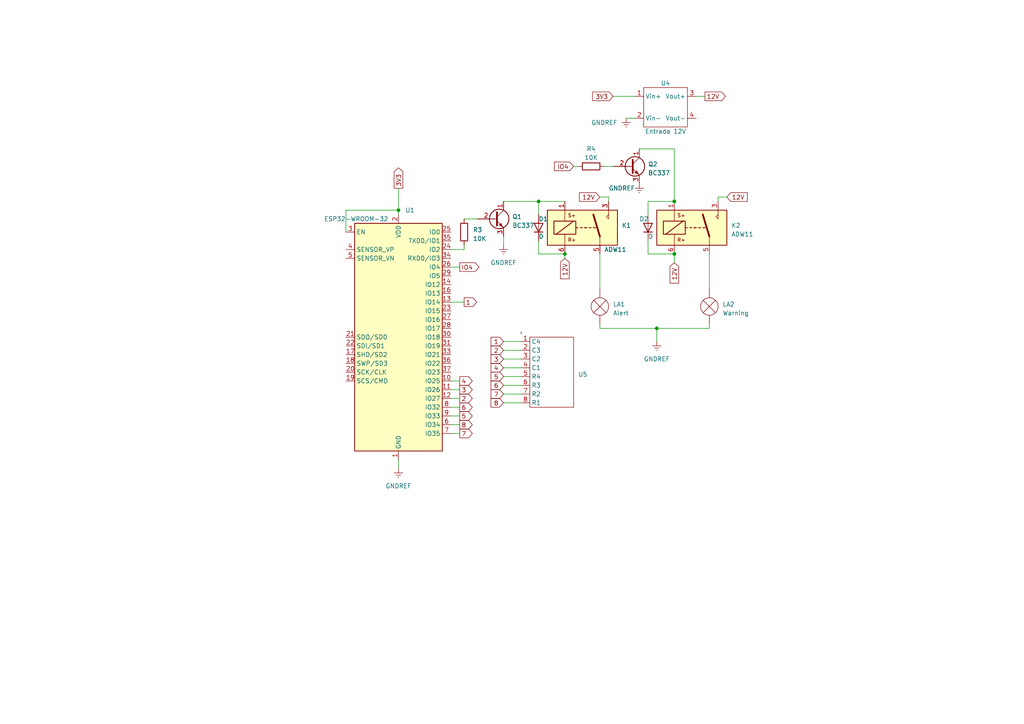
<source format=kicad_sch>
(kicad_sch (version 20230121) (generator eeschema)
  (paper "A4")
  (lib_symbols
    (symbol "Device:D" (pin_numbers hide) (pin_names (offset 1.016) hide)
      (property "Reference" "D" (at 0 2.54 0))
      (property "Value" "D" (at 0 -2.54 0))
      (symbol "D_0_1"
        (polyline (pts (xy -1.27 1.27) (xy -1.27 -1.27)) (stroke (width 0.254)))
        (polyline (pts (xy 1.27 0) (xy -1.27 0)))
        (polyline (pts (xy 1.27 1.27) (xy 1.27 -1.27) (xy -1.27 0) (xy 1.27 1.27)) (stroke (width 0.254)))
      )
      (symbol "D_1_1"
        (pin passive line (at -3.81 0 0) (length 2.54) (name "K") (number "1"))
        (pin passive line (at 3.81 0 180) (length 2.54) (name "A") (number "2"))
      )
    )
    (symbol "Device:Lamp" (pin_numbers hide) (pin_names (offset 0.0254) hide)
      (property "Reference" "LA" (at 0.635 3.81 0))
      (property "Value" "Lamp" (at 0.635 -3.81 0))
      (symbol "Lamp_0_1"
        (polyline (pts (xy -1.778 1.778) (xy 1.778 -1.778)))
        (polyline (pts (xy 1.778 1.778) (xy -1.778 -1.778)))
        (circle (center 0 0) (radius 2.54))
      )
      (symbol "Lamp_1_1"
        (pin passive line (at 0 -5.08 90) (length 2.54) (name "-") (number "1"))
        (pin passive line (at 0 5.08 270) (length 2.54) (name "+") (number "2"))
      )
    )
    (symbol "Device:R" (pin_numbers hide) (pin_names (offset 0))
      (property "Reference" "R" (at 2.032 0 90))
      (property "Value" "R" (at 0 0 90))
      (symbol "R_0_1"
        (rectangle (start -1.016 -2.54) (end 1.016 2.54) (stroke (width 0.254)))
      )
      (symbol "R_1_1"
        (pin passive line (at 0 3.81 270) (length 1.27) (name "~") (number "1"))
        (pin passive line (at 0 -3.81 90) (length 1.27) (name "~") (number "2"))
      )
    )
    (symbol "MT3608:MT_3608"
      (property "Reference" "U" (at 0 0 0))
      (symbol "MT_3608_1_1"
        (rectangle (start -6.35 12.7) (end 6.35 1.27))
        (pin input line (at -8.89 10.16 0) (length 2.54) (name "Vin+") (number "1"))
        (pin input line (at -8.89 3.81 0) (length 2.54) (name "Vin-") (number "2"))
        (pin output line (at 8.89 10.16 180) (length 2.54) (name "Vout+") (number "3"))
        (pin output line (at 8.89 3.81 180) (length 2.54) (name "Vout-") (number "4"))
      )
    )
    (symbol "MT3608:Matrix_Keypad"
      (property "Reference" "U" (at 0 6.35 0))
      (symbol "Matrix_Keypad_0_1"
        (rectangle (start 1.27 21.59) (end 21.59 8.89))
      )
      (symbol "Matrix_Keypad_1_1"
        (pin input line (at 2.54 6.35 90) (length 2.54) (name "C4") (number "1"))
        (pin input line (at 5.08 6.35 90) (length 2.54) (name "C3") (number "2"))
        (pin input line (at 7.62 6.35 90) (length 2.54) (name "C2") (number "3"))
        (pin input line (at 10.16 6.35 90) (length 2.54) (name "C1") (number "4"))
        (pin input line (at 12.7 6.35 90) (length 2.54) (name "R4") (number "5"))
        (pin input line (at 15.24 6.35 90) (length 2.54) (name "R3") (number "6"))
        (pin input line (at 17.78 6.35 90) (length 2.54) (name "R2") (number "7"))
        (pin input line (at 20.32 6.35 90) (length 2.54) (name "R1") (number "8"))
      )
    )
    (symbol "RF_Module:ESP32-WROOM-32"
      (property "Reference" "U" (at -12.7 34.29 0))
      (property "Value" "ESP32-WROOM-32" (at 1.27 34.29 0))
      (symbol "ESP32-WROOM-32_0_1"
        (rectangle (start -12.7 33.02) (end 12.7 -33.02) (stroke (width 0.254)) (fill (type background)))
      )
      (symbol "ESP32-WROOM-32_1_1"
        (pin power_in line (at 0 -35.56 90) (length 2.54) (name "GND") (number "1"))
        (pin bidirectional line (at 15.24 -12.7 180) (length 2.54) (name "IO25") (number "10"))
        (pin bidirectional line (at 15.24 -15.24 180) (length 2.54) (name "IO26") (number "11"))
        (pin bidirectional line (at 15.24 -17.78 180) (length 2.54) (name "IO27") (number "12"))
        (pin bidirectional line (at 15.24 10.16 180) (length 2.54) (name "IO14") (number "13"))
        (pin bidirectional line (at 15.24 15.24 180) (length 2.54) (name "IO12") (number "14"))
        (pin passive line (at 0 -35.56 90) (length 2.54) hide (name "GND") (number "15"))
        (pin bidirectional line (at 15.24 12.7 180) (length 2.54) (name "IO13") (number "16"))
        (pin bidirectional line (at -15.24 -5.08 0) (length 2.54) (name "SHD/SD2") (number "17"))
        (pin bidirectional line (at -15.24 -7.62 0) (length 2.54) (name "SWP/SD3") (number "18"))
        (pin bidirectional line (at -15.24 -12.7 0) (length 2.54) (name "SCS/CMD") (number "19"))
        (pin power_in line (at 0 35.56 270) (length 2.54) (name "VDD") (number "2"))
        (pin bidirectional line (at -15.24 -10.16 0) (length 2.54) (name "SCK/CLK") (number "20"))
        (pin bidirectional line (at -15.24 0 0) (length 2.54) (name "SDO/SD0") (number "21"))
        (pin bidirectional line (at -15.24 -2.54 0) (length 2.54) (name "SDI/SD1") (number "22"))
        (pin bidirectional line (at 15.24 7.62 180) (length 2.54) (name "IO15") (number "23"))
        (pin bidirectional line (at 15.24 25.4 180) (length 2.54) (name "IO2") (number "24"))
        (pin bidirectional line (at 15.24 30.48 180) (length 2.54) (name "IO0") (number "25"))
        (pin bidirectional line (at 15.24 20.32 180) (length 2.54) (name "IO4") (number "26"))
        (pin bidirectional line (at 15.24 5.08 180) (length 2.54) (name "IO16") (number "27"))
        (pin bidirectional line (at 15.24 2.54 180) (length 2.54) (name "IO17") (number "28"))
        (pin bidirectional line (at 15.24 17.78 180) (length 2.54) (name "IO5") (number "29"))
        (pin input line (at -15.24 30.48 0) (length 2.54) (name "EN") (number "3"))
        (pin bidirectional line (at 15.24 0 180) (length 2.54) (name "IO18") (number "30"))
        (pin bidirectional line (at 15.24 -2.54 180) (length 2.54) (name "IO19") (number "31"))
        (pin no_connect line (at -12.7 -27.94 0) (length 2.54) hide (name "NC") (number "32"))
        (pin bidirectional line (at 15.24 -5.08 180) (length 2.54) (name "IO21") (number "33"))
        (pin bidirectional line (at 15.24 22.86 180) (length 2.54) (name "RXD0/IO3") (number "34"))
        (pin bidirectional line (at 15.24 27.94 180) (length 2.54) (name "TXD0/IO1") (number "35"))
        (pin bidirectional line (at 15.24 -7.62 180) (length 2.54) (name "IO22") (number "36"))
        (pin bidirectional line (at 15.24 -10.16 180) (length 2.54) (name "IO23") (number "37"))
        (pin passive line (at 0 -35.56 90) (length 2.54) hide (name "GND") (number "38"))
        (pin passive line (at 0 -35.56 90) (length 2.54) hide (name "GND") (number "39"))
        (pin input line (at -15.24 25.4 0) (length 2.54) (name "SENSOR_VP") (number "4"))
        (pin input line (at -15.24 22.86 0) (length 2.54) (name "SENSOR_VN") (number "5"))
        (pin input line (at 15.24 -25.4 180) (length 2.54) (name "IO34") (number "6"))
        (pin input line (at 15.24 -27.94 180) (length 2.54) (name "IO35") (number "7"))
        (pin bidirectional line (at 15.24 -20.32 180) (length 2.54) (name "IO32") (number "8"))
        (pin bidirectional line (at 15.24 -22.86 180) (length 2.54) (name "IO33") (number "9"))
      )
    )
    (symbol "Relay:ADW11"
      (property "Reference" "K" (at 11.43 3.81 0))
      (property "Value" "ADW11" (at 13.97 1.27 0))
      (symbol "ADW11_1_1"
        (rectangle (start -10.16 5.08) (end 10.16 -5.08) (stroke (width 0.254)) (fill (type background)))
        (rectangle (start -8.255 1.905) (end -1.905 -1.905) (stroke (width 0.254)))
        (polyline (pts (xy -7.62 -1.905) (xy -2.54 1.905)) (stroke (width 0.254)))
        (polyline (pts (xy -5.08 -5.08) (xy -5.08 -1.905)))
        (polyline (pts (xy -5.08 5.08) (xy -5.08 1.905)))
        (polyline (pts (xy -1.905 0) (xy -1.27 0)) (stroke (width 0.254)))
        (polyline (pts (xy -0.635 0) (xy 0 0)) (stroke (width 0.254)))
        (polyline (pts (xy 0.635 0) (xy 1.27 0)) (stroke (width 0.254)))
        (polyline (pts (xy 0.635 0) (xy 1.27 0)) (stroke (width 0.254)))
        (polyline (pts (xy 1.905 0) (xy 2.54 0)) (stroke (width 0.254)))
        (polyline (pts (xy 3.175 0) (xy 3.81 0)) (stroke (width 0.254)))
        (polyline (pts (xy 5.08 -2.54) (xy 3.175 3.81)) (stroke (width 0.508)))
        (polyline (pts (xy 5.08 -2.54) (xy 5.08 -5.08)))
        (polyline (pts (xy 7.62 3.81) (xy 7.62 5.08)))
        (polyline (pts (xy 7.62 3.81) (xy 7.62 2.54) (xy 6.985 3.175) (xy 7.62 3.81)))
        (text "R+" (at -3.048 -3.556 0) (effects (font (size 1.016 1.016))))
        (text "S+" (at -3.048 3.556 0) (effects (font (size 1.016 1.016))))
        (pin passive line (at -5.08 7.62 270) (length 2.54) (name "~") (number "1"))
        (pin passive line (at 7.62 7.62 270) (length 2.54) (name "~") (number "3"))
        (pin passive line (at 5.08 -7.62 90) (length 2.54) (name "~") (number "5"))
        (pin passive line (at -5.08 -7.62 90) (length 2.54) (name "~") (number "6"))
      )
    )
    (symbol "Transistor_BJT:BC337" (pin_names (offset 0) hide)
      (property "Reference" "Q" (at 5.08 1.905 0))
      (property "Value" "BC337" (at 5.08 0 0))
      (symbol "BC337_0_1"
        (polyline (pts (xy 0 0) (xy 0.635 0)))
        (polyline (pts (xy 0.635 0.635) (xy 2.54 2.54)))
        (polyline (pts (xy 0.635 -0.635) (xy 2.54 -2.54) (xy 2.54 -2.54)))
        (polyline (pts (xy 0.635 1.905) (xy 0.635 -1.905) (xy 0.635 -1.905)) (stroke (width 0.508)))
        (polyline (pts (xy 1.27 -1.778) (xy 1.778 -1.27) (xy 2.286 -2.286) (xy 1.27 -1.778) (xy 1.27 -1.778)) (fill (type outline)))
        (circle (center 1.27 0) (radius 2.8194) (stroke (width 0.254)))
      )
      (symbol "BC337_1_1"
        (pin passive line (at 2.54 5.08 270) (length 2.54) (name "C") (number "1"))
        (pin input line (at -5.08 0 0) (length 5.08) (name "B") (number "2"))
        (pin passive line (at 2.54 -5.08 90) (length 2.54) (name "E") (number "3"))
      )
    )
    (symbol "power:GNDREF" (power) (pin_names (offset 0))
      (property "Value" "GNDREF" (at 0 -3.81 0))
      (symbol "GNDREF_0_1"
        (polyline (pts (xy -0.635 -1.905) (xy 0.635 -1.905)))
        (polyline (pts (xy -0.127 -2.54) (xy 0.127 -2.54)))
        (polyline (pts (xy 0 -1.27) (xy 0 0)))
        (polyline (pts (xy 1.27 -1.27) (xy -1.27 -1.27)))
      )
      (symbol "GNDREF_1_1"
        (pin power_in line (at 0 0 270) (length 0) hide (name "GNDREF") (number "1"))
      )
    )
  )
  (junction (at 115.57 60.96))
  (junction (at 195.58 58.42))
  (junction (at 163.83 73.66))
  (junction (at 195.58 73.66))
  (junction (at 190.5 95.25))
  (junction (at 156.21 58.42))
  (wire (pts (xy 130.81 115.57) (xy 133.35 115.57)))
  (wire (pts (xy 146.05 58.42) (xy 156.21 58.42)))
  (wire (pts (xy 190.5 95.25) (xy 205.74 95.25)))
  (wire (pts (xy 146.05 109.22) (xy 151.13 109.22)))
  (wire (pts (xy 195.58 43.18) (xy 185.42 43.18)))
  (wire (pts (xy 146.05 68.58) (xy 146.05 71.12)))
  (wire (pts (xy 195.58 43.18) (xy 195.58 58.42)))
  (wire (pts (xy 130.81 87.63) (xy 134.62 87.63)))
  (wire (pts (xy 205.74 73.66) (xy 205.74 83.82)))
  (wire (pts (xy 130.81 113.03) (xy 133.35 113.03)))
  (wire (pts (xy 205.74 95.25) (xy 205.74 93.98)))
  (wire (pts (xy 156.21 58.42) (xy 156.21 62.23)))
  (wire (pts (xy 187.96 58.42) (xy 195.58 58.42)))
  (wire (pts (xy 187.96 73.66) (xy 195.58 73.66)))
  (wire (pts (xy 163.83 74.93) (xy 163.83 73.66)))
  (wire (pts (xy 146.05 99.06) (xy 151.13 99.06)))
  (wire (pts (xy 130.81 110.49) (xy 133.35 110.49)))
  (wire (pts (xy 115.57 133.35) (xy 115.57 135.89)))
  (wire (pts (xy 208.28 57.15) (xy 208.28 58.42)))
  (wire (pts (xy 146.05 106.68) (xy 151.13 106.68)))
  (wire (pts (xy 208.28 57.15) (xy 210.82 57.15)))
  (wire (pts (xy 166.37 48.26) (xy 167.64 48.26)))
  (wire (pts (xy 100.33 60.96) (xy 115.57 60.96)))
  (wire (pts (xy 100.33 67.31) (xy 100.33 60.96)))
  (wire (pts (xy 187.96 62.23) (xy 187.96 58.42)))
  (wire (pts (xy 175.26 48.26) (xy 177.8 48.26)))
  (wire (pts (xy 195.58 73.66) (xy 195.58 76.2)))
  (wire (pts (xy 173.99 95.25) (xy 173.99 93.98)))
  (wire (pts (xy 115.57 54.61) (xy 115.57 60.96)))
  (wire (pts (xy 130.81 123.19) (xy 133.35 123.19)))
  (wire (pts (xy 130.81 120.65) (xy 133.35 120.65)))
  (wire (pts (xy 181.61 34.29) (xy 184.15 34.29)))
  (wire (pts (xy 130.81 125.73) (xy 133.35 125.73)))
  (wire (pts (xy 134.62 71.12) (xy 134.62 72.39)))
  (wire (pts (xy 173.99 73.66) (xy 173.99 83.82)))
  (wire (pts (xy 156.21 73.66) (xy 163.83 73.66)))
  (wire (pts (xy 130.81 77.47) (xy 133.35 77.47)))
  (wire (pts (xy 146.05 101.6) (xy 151.13 101.6)))
  (wire (pts (xy 146.05 104.14) (xy 151.13 104.14)))
  (wire (pts (xy 130.81 72.39) (xy 134.62 72.39)))
  (wire (pts (xy 146.05 111.76) (xy 151.13 111.76)))
  (wire (pts (xy 177.8 27.94) (xy 184.15 27.94)))
  (wire (pts (xy 190.5 95.25) (xy 190.5 99.06)))
  (wire (pts (xy 115.57 60.96) (xy 115.57 62.23)))
  (wire (pts (xy 187.96 69.85) (xy 187.96 73.66)))
  (wire (pts (xy 201.93 27.94) (xy 204.47 27.94)))
  (wire (pts (xy 156.21 58.42) (xy 163.83 58.42)))
  (wire (pts (xy 146.05 114.3) (xy 151.13 114.3)))
  (wire (pts (xy 156.21 69.85) (xy 156.21 73.66)))
  (wire (pts (xy 176.53 58.42) (xy 176.53 57.15)))
  (wire (pts (xy 173.99 95.25) (xy 190.5 95.25)))
  (wire (pts (xy 130.81 118.11) (xy 133.35 118.11)))
  (wire (pts (xy 173.99 57.15) (xy 176.53 57.15)))
  (wire (pts (xy 134.62 63.5) (xy 138.43 63.5)))
  (wire (pts (xy 146.05 116.84) (xy 151.13 116.84)))
  (global_label "6" (shape input) (at 146.05 111.76 180) (property "Intersheetrefs" "${INTERSHEET_REFS}" (effects hide)))
  (global_label "3V3" (shape output) (at 115.57 54.61 90) (property "Intersheetrefs" "${INTERSHEET_REFS}" (effects hide)))
  (global_label "3V3" (shape input) (at 177.8 27.94 180) (property "Intersheetrefs" "${INTERSHEET_REFS}" (effects hide)))
  (global_label "IO4" (shape output) (at 133.35 77.47 0) (property "Intersheetrefs" "${INTERSHEET_REFS}" (effects hide)))
  (global_label "8" (shape output) (at 133.35 123.19 0) (property "Intersheetrefs" "${INTERSHEET_REFS}" (effects hide)))
  (global_label "1" (shape input) (at 146.05 99.06 180) (property "Intersheetrefs" "${INTERSHEET_REFS}" (effects hide)))
  (global_label "5" (shape input) (at 146.05 109.22 180) (property "Intersheetrefs" "${INTERSHEET_REFS}" (effects hide)))
  (global_label "3" (shape output) (at 133.35 113.03 0) (property "Intersheetrefs" "${INTERSHEET_REFS}" (effects hide)))
  (global_label "12V" (shape input) (at 173.99 57.15 180) (property "Intersheetrefs" "${INTERSHEET_REFS}" (effects hide)))
  (global_label "2" (shape output) (at 133.35 115.57 0) (property "Intersheetrefs" "${INTERSHEET_REFS}" (effects hide)))
  (global_label "12V" (shape input) (at 163.83 74.93 270) (property "Intersheetrefs" "${INTERSHEET_REFS}" (effects hide)))
  (global_label "12V" (shape output) (at 204.47 27.94 0) (property "Intersheetrefs" "${INTERSHEET_REFS}" (effects hide)))
  (global_label "IO4" (shape input) (at 166.37 48.26 180) (property "Intersheetrefs" "${INTERSHEET_REFS}" (effects hide)))
  (global_label "7" (shape output) (at 133.35 125.73 0) (property "Intersheetrefs" "${INTERSHEET_REFS}" (effects hide)))
  (global_label "1" (shape output) (at 134.62 87.63 0) (property "Intersheetrefs" "${INTERSHEET_REFS}" (effects hide)))
  (global_label "4" (shape output) (at 133.35 110.49 0) (property "Intersheetrefs" "${INTERSHEET_REFS}" (effects hide)))
  (global_label "6" (shape output) (at 133.35 118.11 0) (property "Intersheetrefs" "${INTERSHEET_REFS}" (effects hide)))
  (global_label "8" (shape input) (at 146.05 116.84 180) (property "Intersheetrefs" "${INTERSHEET_REFS}" (effects hide)))
  (global_label "4" (shape input) (at 146.05 106.68 180) (property "Intersheetrefs" "${INTERSHEET_REFS}" (effects hide)))
  (global_label "7" (shape input) (at 146.05 114.3 180) (property "Intersheetrefs" "${INTERSHEET_REFS}" (effects hide)))
  (global_label "12V" (shape input) (at 195.58 76.2 270) (property "Intersheetrefs" "${INTERSHEET_REFS}" (effects hide)))
  (global_label "2" (shape input) (at 146.05 101.6 180) (property "Intersheetrefs" "${INTERSHEET_REFS}" (effects hide)))
  (global_label "3" (shape input) (at 146.05 104.14 180) (property "Intersheetrefs" "${INTERSHEET_REFS}" (effects hide)))
  (global_label "12V" (shape input) (at 210.82 57.15 0) (property "Intersheetrefs" "${INTERSHEET_REFS}" (effects hide)))
  (global_label "5" (shape output) (at 133.35 120.65 0) (property "Intersheetrefs" "${INTERSHEET_REFS}" (effects hide)))
  (symbol (lib_id "Relay:ADW11") (at 168.91 66.04 0) (unit 1)
    (property "Reference" "K1" (at 180.34 65.405 0) (effects (justify left)))
    (property "Value" "ADW11" (at 175.26 72.39 0) (effects (justify left)))
    (property "Footprint" "Relay_THT:Relay_SPST_SANYOU_SRD_Series_Form_A" (effects hide))
    (property "Datasheet" "https://www.panasonic-electric-works.com/pew/es/downloads/ds_dw_hl_en.pdf" (effects hide))
  )
  (symbol (lib_id "Device:Lamp") (at 205.74 88.9 0) (unit 1)
    (property "Reference" "LA2" (at 209.55 88.265 0) (effects (justify left)))
    (property "Value" "Warning" (at 209.55 90.805 0) (effects (justify left)))
    (property "Footprint" "Connector_Phoenix_MC:PhoenixContact_MCV_1,5_2-G-3.5_1x02_P3.50mm_Vertical" (effects hide))
  )
  (symbol (lib_id "Transistor_BJT:BC337") (at 182.88 48.26 0) (unit 1)
    (property "Reference" "Q2" (at 187.96 47.625 0) (effects (justify left)))
    (property "Value" "BC337" (at 187.96 50.165 0) (effects (justify left)))
    (property "Footprint" "Package_TO_SOT_THT:TO-92_Inline" (effects hide))
    (property "Datasheet" "https://diotec.com/tl_files/diotec/files/pdf/datasheets/bc337.pdf" (effects hide))
  )
  (symbol (lib_id "Device:D") (at 187.96 66.04 90) (unit 1)
    (property "Reference" "D2" (at 185.42 63.5 90) (effects (justify right)))
    (property "Value" "D" (at 187.96 68.58 90) (effects (justify right)))
    (property "Footprint" "Diode_THT:D_A-405_P12.70mm_Horizontal" (effects hide))
    (property "Sim.Device" "D" (effects hide))
    (property "Sim.Pins" "1=K 2=A" (effects hide))
  )
  (symbol (lib_id "MT3608:Matrix_Keypad") (at 144.78 96.52 270) (unit 1)
    (property "Reference" "U5" (at 167.64 108.585 90) (effects (justify left)))
    (property "Value" "~" (at 151.13 96.52 0))
    (property "Footprint" "Connector_PinHeader_2.54mm:PinHeader_1x08_P2.54mm_Vertical" (effects hide))
  )
  (symbol (lib_id "Device:D") (at 156.21 66.04 90) (unit 1)
    (property "Reference" "D1" (at 156.21 63.5 90) (effects (justify right)))
    (property "Value" "D" (at 156.21 68.58 90) (effects (justify right)))
    (property "Footprint" "Diode_THT:D_A-405_P12.70mm_Horizontal" (effects hide))
    (property "Sim.Device" "D" (effects hide))
    (property "Sim.Pins" "1=K 2=A" (effects hide))
  )
  (symbol (lib_id "MT3608:MT_3608") (at 193.04 38.1 0) (unit 1)
    (property "Reference" "U4" (at 193.04 24.13 0))
    (property "Value" "Entrada 12V" (at 193.04 38.1 0))
    (property "Footprint" "MT3608:MT 3608" (effects hide))
  )
  (symbol (lib_id "power:GNDREF") (at 146.05 71.12 0) (unit 1)
    (property "Reference" "#PWR05" (effects hide))
    (property "Value" "GNDREF" (at 146.05 76.2 0))
  )
  (symbol (lib_id "power:GNDREF") (at 190.5 99.06 0) (unit 1)
    (property "Reference" "#PWR02" (effects hide))
    (property "Value" "GNDREF" (at 190.5 104.14 0))
  )
  (symbol (lib_id "RF_Module:ESP32-WROOM-32") (at 115.57 97.79 0) (unit 1)
    (property "Reference" "U1" (at 117.5259 60.96 0) (effects (justify left)))
    (property "Value" "ESP32-WROOM-32" (at 93.98 63.5 0) (effects (justify left)))
    (property "Footprint" "Espressif:ESP32 NODEMCU" (effects hide))
    (property "Datasheet" "https://www.espressif.com/sites/default/files/documentation/esp32-wroom-32_datasheet_en.pdf" (effects hide))
  )
  (symbol (lib_id "Transistor_BJT:BC337") (at 143.51 63.5 0) (unit 1)
    (property "Reference" "Q1" (at 148.59 62.865 0) (effects (justify left)))
    (property "Value" "BC337" (at 148.59 65.405 0) (effects (justify left)))
    (property "Footprint" "Package_TO_SOT_THT:TO-92_Inline" (effects hide))
    (property "Datasheet" "https://diotec.com/tl_files/diotec/files/pdf/datasheets/bc337.pdf" (effects hide))
  )
  (symbol (lib_id "power:GNDREF") (at 181.61 34.29 0) (unit 1)
    (property "Reference" "#PWR04" (effects hide))
    (property "Value" "GNDREF" (at 175.26 35.56 0))
  )
  (symbol (lib_id "Device:R") (at 171.45 48.26 90) (unit 1)
    (property "Reference" "R4" (at 171.45 43.18 90))
    (property "Value" "10K" (at 171.45 45.72 90))
    (property "Footprint" "Resistor_THT:R_Axial_DIN0411_L9.9mm_D3.6mm_P12.70mm_Horizontal" (effects hide))
  )
  (symbol (lib_id "Device:R") (at 134.62 67.31 180) (unit 1)
    (property "Reference" "R3" (at 137.16 66.675 0) (effects (justify right)))
    (property "Value" "10K" (at 137.16 69.215 0) (effects (justify right)))
    (property "Footprint" "Resistor_THT:R_Axial_DIN0411_L9.9mm_D3.6mm_P12.70mm_Horizontal" (effects hide))
  )
  (symbol (lib_id "Relay:ADW11") (at 200.66 66.04 0) (unit 1)
    (property "Reference" "K2" (at 212.09 65.405 0) (effects (justify left)))
    (property "Value" "ADW11" (at 212.09 67.945 0) (effects (justify left)))
    (property "Footprint" "Relay_THT:Relay_SPST_SANYOU_SRD_Series_Form_A" (effects hide))
    (property "Datasheet" "https://www.panasonic-electric-works.com/pew/es/downloads/ds_dw_hl_en.pdf" (effects hide))
  )
  (symbol (lib_id "Device:Lamp") (at 173.99 88.9 0) (unit 1)
    (property "Reference" "LA1" (at 177.8 88.265 0) (effects (justify left)))
    (property "Value" "Alert" (at 177.8 90.805 0) (effects (justify left)))
    (property "Footprint" "Connector_Phoenix_MC:PhoenixContact_MCV_1,5_2-G-3.5_1x02_P3.50mm_Vertical" (effects hide))
  )
  (symbol (lib_id "power:GNDREF") (at 185.42 53.34 0) (unit 1)
    (property "Reference" "#PWR06" (effects hide))
    (property "Value" "GNDREF" (at 180.34 54.61 0))
  )
  (symbol (lib_id "power:GNDREF") (at 115.57 135.89 0) (unit 1)
    (property "Reference" "#PWR03" (effects hide))
    (property "Value" "GNDREF" (at 115.57 140.97 0))
  )
)
</source>
